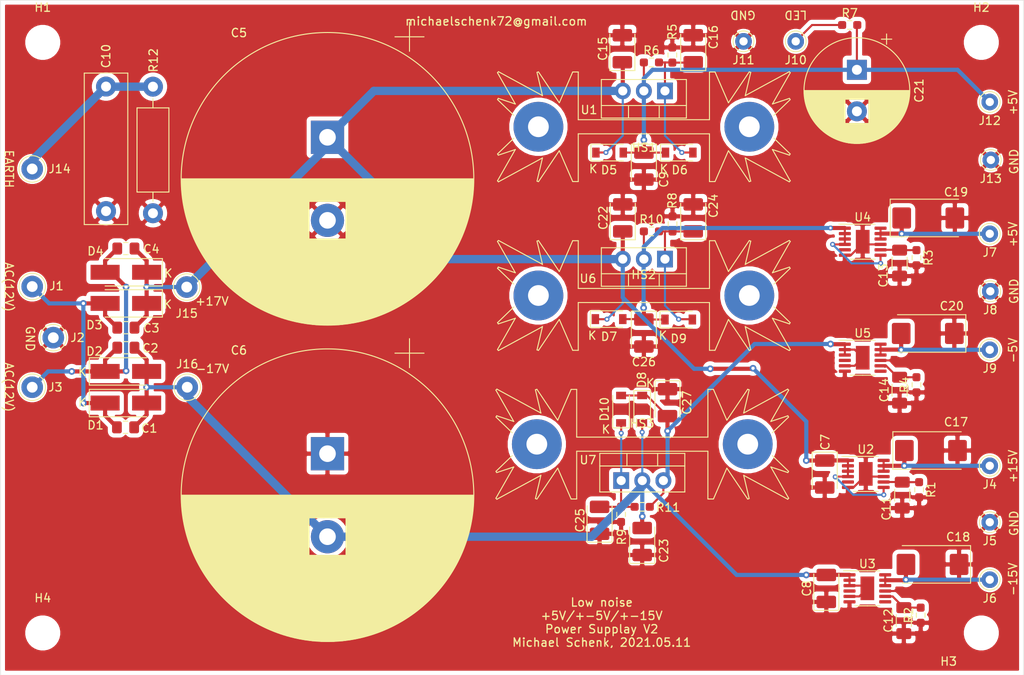
<source format=kicad_pcb>
(kicad_pcb (version 20171130) (host pcbnew "(5.1.10-0-10_14)")
  (layers (0 F.Cu signal) (31 B.Cu signal) (34 B.Paste user) (35 F.Paste user) (36 B.SilkS user) (37 F.SilkS user) (38 B.Mask user) (39 F.Mask user) (44 Edge.Cuts user))
  (net 0 "")
  (net 1 +17V)
  (net 2 "Net-(C1-Pad1)")
  (net 3 "Net-(C2-Pad2)")
  (net 4 GND)
  (net 5 -17V)
  (net 6 "Net-(C11-Pad1)")
  (net 7 "Net-(C12-Pad2)")
  (net 8 "Net-(C13-Pad1)")
  (net 9 "Net-(C14-Pad2)")
  (net 10 "Net-(C16-Pad1)")
  (net 11 "Net-(C17-Pad1)")
  (net 12 "Net-(C18-Pad2)")
  (net 13 "Net-(C19-Pad1)")
  (net 14 "Net-(C20-Pad2)")
  (net 15 "Net-(C21-Pad1)")
  (net 16 "Net-(C24-Pad1)")
  (net 17 "Net-(C25-Pad2)")
  (net 18 "Net-(C26-Pad1)")
  (net 19 "Net-(C27-Pad2)")
  (net 20 "Net-(J10-Pad1)")
  (net 21 "Net-(C10-Pad2)")
  (module Resistor_SMD:R_0603_1608Metric_Pad0.98x0.95mm_HandSolder (layer F.Cu) (at 204.2795 95.845 90)
    (fp_text reference R4 (at 0 -1.43 90) (layer F.SilkS))
    (fp_text value 49.9k)
    (pad 2 smd roundrect (at 0.9125 0 90) (size 0.975 0.95) (layers F.Cu F.Paste F.Mask) (net 9 "Net-(C14-Pad2)"))
    (pad 1 smd roundrect (at -0.9125 0 90) (size 0.975 0.95) (layers F.Cu F.Paste F.Mask) (net 4 GND))
  )
  (module Resistor_SMD:R_0603_1608Metric_Pad0.98x0.95mm_HandSolder (layer F.Cu) (at 204.2795 80.5415 270)
    (fp_text reference R3 (at 0 -1.43 90) (layer F.SilkS))
    (fp_text value 49.9k)
    (pad 2 smd roundrect (at 0.9125 0 270) (size 0.975 0.95) (layers F.Cu F.Paste F.Mask) (net 4 GND))
    (pad 1 smd roundrect (at -0.9125 0 270) (size 0.975 0.95) (layers F.Cu F.Paste F.Mask) (net 8 "Net-(C13-Pad1)"))
  )
  (module Resistor_SMD:R_0603_1608Metric_Pad0.98x0.95mm_HandSolder (layer F.Cu) (at 204.7875 123.5945 90)
    (fp_text reference R2 (at 0 -1.43 90) (layer F.SilkS))
    (fp_text value 150k)
    (pad 2 smd roundrect (at 0.9125 0 90) (size 0.975 0.95) (layers F.Cu F.Paste F.Mask) (net 7 "Net-(C12-Pad2)"))
    (pad 1 smd roundrect (at -0.9125 0 90) (size 0.975 0.95) (layers F.Cu F.Paste F.Mask) (net 4 GND))
  )
  (module Resistor_SMD:R_0603_1608Metric_Pad0.98x0.95mm_HandSolder (layer F.Cu) (at 204.597 108.4815 270)
    (fp_text reference R1 (at 0 -1.43 90) (layer F.SilkS))
    (fp_text value 150k)
    (pad 2 smd roundrect (at 0.9125 0 270) (size 0.975 0.95) (layers F.Cu F.Paste F.Mask) (net 4 GND))
    (pad 1 smd roundrect (at -0.9125 0 270) (size 0.975 0.95) (layers F.Cu F.Paste F.Mask) (net 6 "Net-(C11-Pad1)"))
  )
  (module Connector_Pin:Pin_D1.0mm_L10.0mm (layer F.Cu) (at 213.233 68.7705)
    (fp_text reference J13 (at 0 2.25) (layer F.SilkS))
    (fp_text value GND)
    (pad 1 thru_hole circle (at 0 0) (size 2 2) (drill 1) (layers *.Cu *.Mask) (net 4 GND))
  )
  (module Connector_Pin:Pin_D1.0mm_L10.0mm (layer F.Cu) (at 213.106 61.7855)
    (fp_text reference J12 (at 0 2.25) (layer F.SilkS))
    (fp_text value +5V)
    (pad 1 thru_hole circle (at 0 0) (size 2 2) (drill 1) (layers *.Cu *.Mask) (net 15 "Net-(C21-Pad1)"))
  )
  (module Connector_Pin:Pin_D1.0mm_L10.0mm (layer F.Cu) (at 183.4515 54.483)
    (fp_text reference J11 (at 0 2.25) (layer F.SilkS))
    (fp_text value GND)
    (pad 1 thru_hole circle (at 0 0) (size 2 2) (drill 1) (layers *.Cu *.Mask) (net 4 GND))
  )
  (module Connector_Pin:Pin_D1.0mm_L10.0mm (layer F.Cu) (at 189.738 54.483)
    (fp_text reference J10 (at 0 2.25) (layer F.SilkS))
    (fp_text value LED)
    (pad 1 thru_hole circle (at 0 0) (size 2 2) (drill 1) (layers *.Cu *.Mask) (net 20 "Net-(J10-Pad1)"))
  )
  (module Connector_Pin:Pin_D1.0mm_L10.0mm (layer F.Cu) (at 213.106 91.6305)
    (fp_text reference J9 (at 0 2.25) (layer F.SilkS))
    (fp_text value -5V)
    (pad 1 thru_hole circle (at 0 0) (size 2 2) (drill 1) (layers *.Cu *.Mask) (net 14 "Net-(C20-Pad2)"))
  )
  (module Connector_Pin:Pin_D1.0mm_L10.0mm (layer F.Cu) (at 213.1695 84.582)
    (fp_text reference J8 (at 0 2.25) (layer F.SilkS))
    (fp_text value GND)
    (pad 1 thru_hole circle (at 0 0) (size 2 2) (drill 1) (layers *.Cu *.Mask) (net 4 GND))
  )
  (module Connector_Pin:Pin_D1.0mm_L10.0mm (layer F.Cu) (at 213.106 77.6605)
    (fp_text reference J7 (at 0 2.25) (layer F.SilkS))
    (fp_text value +5V)
    (pad 1 thru_hole circle (at 0 0) (size 2 2) (drill 1) (layers *.Cu *.Mask) (net 13 "Net-(C19-Pad1)"))
  )
  (module Connector_Pin:Pin_D1.0mm_L10.0mm (layer F.Cu) (at 213.106 119.3165)
    (fp_text reference J6 (at 0 2.25) (layer F.SilkS))
    (fp_text value -15V)
    (pad 1 thru_hole circle (at 0 0) (size 2 2) (drill 1) (layers *.Cu *.Mask) (net 12 "Net-(C18-Pad2)"))
  )
  (module Connector_Pin:Pin_D1.0mm_L10.0mm (layer F.Cu) (at 213.106 112.395)
    (fp_text reference J5 (at 0 2.25) (layer F.SilkS))
    (fp_text value GND)
    (pad 1 thru_hole circle (at 0 0) (size 2 2) (drill 1) (layers *.Cu *.Mask) (net 4 GND))
  )
  (module Connector_Pin:Pin_D1.0mm_L10.0mm (layer F.Cu) (at 213.106 105.6005)
    (fp_text reference J4 (at 0 2.25) (layer F.SilkS))
    (fp_text value +15V)
    (pad 1 thru_hole circle (at 0 0) (size 2 2) (drill 1) (layers *.Cu *.Mask) (net 11 "Net-(C17-Pad1)"))
  )
  (module Connector_Pin:Pin_D1.3mm_L11.0mm (layer F.Cu) (at 116.459 96.139)
    (fp_text reference J16 (at 0 -2.794) (layer F.SilkS))
    (fp_text value -17V)
    (pad 1 thru_hole circle (at 0 0) (size 2.6 2.6) (drill 1.3) (layers *.Cu *.Mask) (net 5 -17V))
  )
  (module Connector_Pin:Pin_D1.3mm_L11.0mm (layer F.Cu) (at 116.3955 84.074)
    (fp_text reference J15 (at 0 3.175) (layer F.SilkS))
    (fp_text value +17V)
    (pad 1 thru_hole circle (at 0 0) (size 2.6 2.6) (drill 1.3) (layers *.Cu *.Mask) (net 1 +17V))
  )
  (module Resistor_SMD:R_0603_1608Metric_Pad0.98x0.95mm_HandSolder (layer F.Cu) (at 171.2487 110.5408)
    (fp_text reference R11 (at 3.1223 0.0762) (layer F.SilkS))
    (fp_text value 240R)
    (pad 2 smd roundrect (at 0.9125 0) (size 0.975 0.95) (layers F.Cu F.Paste F.Mask) (net 19 "Net-(C27-Pad2)"))
    (pad 1 smd roundrect (at -0.9125 0) (size 0.975 0.95) (layers F.Cu F.Paste F.Mask) (net 17 "Net-(C25-Pad2)"))
  )
  (module Resistor_SMD:R_0603_1608Metric_Pad0.98x0.95mm_HandSolder (layer F.Cu) (at 172.3625 77.3684)
    (fp_text reference R10 (at 0 -1.43) (layer F.SilkS))
    (fp_text value 240R)
    (pad 2 smd roundrect (at 0.9125 0) (size 0.975 0.95) (layers F.Cu F.Paste F.Mask) (net 16 "Net-(C24-Pad1)"))
    (pad 1 smd roundrect (at -0.9125 0) (size 0.975 0.95) (layers F.Cu F.Paste F.Mask) (net 18 "Net-(C26-Pad1)"))
  )
  (module Resistor_SMD:R_0603_1608Metric_Pad0.98x0.95mm_HandSolder (layer F.Cu) (at 168.7068 111.4533 90)
    (fp_text reference R9 (at -2.7197 0.0762 90) (layer F.SilkS))
    (fp_text value 910R)
    (pad 2 smd roundrect (at 0.9125 0 90) (size 0.975 0.95) (layers F.Cu F.Paste F.Mask) (net 17 "Net-(C25-Pad2)"))
    (pad 1 smd roundrect (at -0.9125 0 90) (size 0.975 0.95) (layers F.Cu F.Paste F.Mask) (net 4 GND))
  )
  (module Resistor_SMD:R_0603_1608Metric_Pad0.98x0.95mm_HandSolder (layer F.Cu) (at 174.9044 76.47 90)
    (fp_text reference R8 (at 2.81 -0.0254 90) (layer F.SilkS))
    (fp_text value 910R)
    (pad 2 smd roundrect (at 0.9125 0 90) (size 0.975 0.95) (layers F.Cu F.Paste F.Mask) (net 4 GND))
    (pad 1 smd roundrect (at -0.9125 0 90) (size 0.975 0.95) (layers F.Cu F.Paste F.Mask) (net 16 "Net-(C24-Pad1)"))
  )
  (module Diode_SMD:D_SOD-123 (layer F.Cu) (at 168.7068 98.7816 90)
    (fp_text reference D10 (at 0 -2 90) (layer F.SilkS))
    (fp_text value 1N4148W)
    (pad 2 smd rect (at 1.65 0 90) (size 0.9 1.2) (layers F.Cu F.Paste F.Mask) (net 19 "Net-(C27-Pad2)"))
    (pad 1 smd rect (at -1.65 0 90) (size 0.9 1.2) (layers F.Cu F.Paste F.Mask) (net 17 "Net-(C25-Pad2)"))
  )
  (module Diode_SMD:D_SOD-123 (layer F.Cu) (at 175.64 87.9856)
    (fp_text reference D9 (at 0 2.3114) (layer F.SilkS))
    (fp_text value 1N4148W)
    (pad 2 smd rect (at 1.65 0) (size 0.9 1.2) (layers F.Cu F.Paste F.Mask) (net 16 "Net-(C24-Pad1)"))
    (pad 1 smd rect (at -1.65 0) (size 0.9 1.2) (layers F.Cu F.Paste F.Mask) (net 18 "Net-(C26-Pad1)"))
  )
  (module Diode_SMD:D_SOD-123 (layer F.Cu) (at 171.2468 98.7816 270)
    (fp_text reference D8 (at -3.5316 0.0508 90) (layer F.SilkS))
    (fp_text value 1N4148W)
    (pad 2 smd rect (at 1.65 0 270) (size 0.9 1.2) (layers F.Cu F.Paste F.Mask) (net 5 -17V))
    (pad 1 smd rect (at -1.65 0 270) (size 0.9 1.2) (layers F.Cu F.Paste F.Mask) (net 19 "Net-(C27-Pad2)"))
  )
  (module Diode_SMD:D_SOD-123 (layer F.Cu) (at 167.26 87.9348)
    (fp_text reference D7 (at -0.001 2.1082) (layer F.SilkS))
    (fp_text value 1N4148W)
    (pad 2 smd rect (at 1.65 0) (size 0.9 1.2) (layers F.Cu F.Paste F.Mask) (net 18 "Net-(C26-Pad1)"))
    (pad 1 smd rect (at -1.65 0) (size 0.9 1.2) (layers F.Cu F.Paste F.Mask) (net 1 +17V))
  )
  (module Diode_SMD:D_SOD-123 (layer F.Cu) (at 175.7035 67.8815)
    (fp_text reference D6 (at 0.0645 2.0955) (layer F.SilkS))
    (fp_text value 1N4148W)
    (pad 2 smd rect (at 1.65 0) (size 0.9 1.2) (layers F.Cu F.Paste F.Mask) (net 10 "Net-(C16-Pad1)"))
    (pad 1 smd rect (at -1.65 0) (size 0.9 1.2) (layers F.Cu F.Paste F.Mask) (net 15 "Net-(C21-Pad1)"))
  )
  (module Diode_SMD:D_SOD-123 (layer F.Cu) (at 167.3235 67.8815)
    (fp_text reference D5 (at -0.0645 2.0955) (layer F.SilkS))
    (fp_text value 1N4148W)
    (pad 2 smd rect (at 1.65 0) (size 0.9 1.2) (layers F.Cu F.Paste F.Mask) (net 15 "Net-(C21-Pad1)"))
    (pad 1 smd rect (at -1.65 0) (size 0.9 1.2) (layers F.Cu F.Paste F.Mask) (net 1 +17V))
  )
  (module Capacitor_SMD:C_1206_3216Metric_Pad1.33x1.80mm_HandSolder (layer F.Cu) (at 202.2475 96.495 90)
    (fp_text reference C14 (at 0 -1.85 90) (layer F.SilkS))
    (fp_text value 4.7uF/25V)
    (pad 2 smd roundrect (at 1.5625 0 90) (size 1.325 1.8) (layers F.Cu F.Paste F.Mask) (roundrect_rratio 0.1886784905660377) (net 9 "Net-(C14-Pad2)"))
    (pad 1 smd roundrect (at -1.5625 0 90) (size 1.325 1.8) (layers F.Cu F.Paste F.Mask) (roundrect_rratio 0.1886784905660377) (net 4 GND))
  )
  (module Capacitor_SMD:C_1206_3216Metric_Pad1.33x1.80mm_HandSolder (layer F.Cu) (at 202.2475 81.1915 270)
    (fp_text reference C13 (at 1.4855 1.9685 90) (layer F.SilkS))
    (fp_text value 4.7uF/25V)
    (pad 2 smd roundrect (at 1.5625 0 270) (size 1.325 1.8) (layers F.Cu F.Paste F.Mask) (roundrect_rratio 0.1886784905660377) (net 4 GND))
    (pad 1 smd roundrect (at -1.5625 0 270) (size 1.325 1.8) (layers F.Cu F.Paste F.Mask) (roundrect_rratio 0.1886784905660377) (net 8 "Net-(C13-Pad1)"))
  )
  (module Capacitor_SMD:C_1206_3216Metric_Pad1.33x1.80mm_HandSolder (layer F.Cu) (at 202.7555 124.2445 90)
    (fp_text reference C12 (at 0 -1.85 90) (layer F.SilkS))
    (fp_text value 4.7uF/25V)
    (pad 2 smd roundrect (at 1.5625 0 90) (size 1.325 1.8) (layers F.Cu F.Paste F.Mask) (roundrect_rratio 0.1886784905660377) (net 7 "Net-(C12-Pad2)"))
    (pad 1 smd roundrect (at -1.5625 0 90) (size 1.325 1.8) (layers F.Cu F.Paste F.Mask) (roundrect_rratio 0.1886784905660377) (net 4 GND))
  )
  (module Capacitor_SMD:C_1206_3216Metric_Pad1.33x1.80mm_HandSolder (layer F.Cu) (at 202.565 109.1315 270)
    (fp_text reference C11 (at 1.6125 1.905 90) (layer F.SilkS))
    (fp_text value 4.7uF/25V)
    (pad 2 smd roundrect (at 1.5625 0 270) (size 1.325 1.8) (layers F.Cu F.Paste F.Mask) (roundrect_rratio 0.1886784905660377) (net 4 GND))
    (pad 1 smd roundrect (at -1.5625 0 270) (size 1.325 1.8) (layers F.Cu F.Paste F.Mask) (roundrect_rratio 0.1886784905660377) (net 6 "Net-(C11-Pad1)"))
  )
  (module Resistor_THT:R_Axial_DIN0411_L9.9mm_D3.6mm_P15.24mm_Horizontal (layer F.Cu) (at 112.3315 75.184 90)
    (fp_text reference R12 (at 18.415 0.0635 90) (layer F.SilkS))
    (fp_text value 100R/2W)
    (pad 2 thru_hole oval (at 15.24 0 90) (size 2.4 2.4) (drill 1.2) (layers *.Cu *.Mask) (net 21 "Net-(C10-Pad2)"))
    (pad 1 thru_hole circle (at 0 0 90) (size 2.4 2.4) (drill 1.2) (layers *.Cu *.Mask) (net 4 GND))
  )
  (module Connector_Pin:Pin_D1.3mm_L11.0mm (layer F.Cu) (at 97.79 69.85)
    (fp_text reference J14 (at 3.302 0) (layer F.SilkS))
    (fp_text value EARTH)
    (pad 1 thru_hole circle (at 0 0) (size 2.6 2.6) (drill 1.3) (layers *.Cu *.Mask) (net 21 "Net-(C10-Pad2)"))
  )
  (module Capacitor_THT:C_Rect_L18.0mm_W5.0mm_P15.00mm_FKS3_FKP3 (layer F.Cu) (at 106.68 74.93 90)
    (fp_text reference C10 (at 18.669 0 90) (layer F.SilkS))
    (fp_text value 2.2nF/2kV)
    (pad 2 thru_hole circle (at 15 0 90) (size 2.4 2.4) (drill 1.2) (layers *.Cu *.Mask) (net 21 "Net-(C10-Pad2)"))
    (pad 1 thru_hole circle (at 0 0 90) (size 2.4 2.4) (drill 1.2) (layers *.Cu *.Mask) (net 4 GND))
  )
  (module Resistor_SMD:R_0603_1608Metric_Pad0.98x0.95mm_HandSolder (layer F.Cu) (at 196.2385 52.5145)
    (fp_text reference R7 (at 0 -1.43) (layer F.SilkS))
    (fp_text value 240R)
    (pad 2 smd roundrect (at 0.9125 0) (size 0.975 0.95) (layers F.Cu F.Paste F.Mask) (net 15 "Net-(C21-Pad1)"))
    (pad 1 smd roundrect (at -0.9125 0) (size 0.975 0.95) (layers F.Cu F.Paste F.Mask) (net 20 "Net-(J10-Pad1)"))
  )
  (module Resistor_SMD:R_0603_1608Metric_Pad0.98x0.95mm_HandSolder (layer F.Cu) (at 172.3625 57.023)
    (fp_text reference R6 (at 0 -1.43) (layer F.SilkS))
    (fp_text value 249R)
    (pad 2 smd roundrect (at 0.9125 0) (size 0.975 0.95) (layers F.Cu F.Paste F.Mask) (net 10 "Net-(C16-Pad1)"))
    (pad 1 smd roundrect (at -0.9125 0) (size 0.975 0.95) (layers F.Cu F.Paste F.Mask) (net 15 "Net-(C21-Pad1)"))
  )
  (module Resistor_SMD:R_0603_1608Metric_Pad0.98x0.95mm_HandSolder (layer F.Cu) (at 174.879 56.134 90)
    (fp_text reference R5 (at 2.794 0 90) (layer F.SilkS))
    (fp_text value 750R)
    (pad 2 smd roundrect (at 0.9125 0 90) (size 0.975 0.95) (layers F.Cu F.Paste F.Mask) (net 4 GND))
    (pad 1 smd roundrect (at -0.9125 0 90) (size 0.975 0.95) (layers F.Cu F.Paste F.Mask) (net 10 "Net-(C16-Pad1)"))
  )
  (module Capacitor_Tantalum_SMD:CP_EIA-3528-21_Kemet-B_Pad1.50x2.35mm_HandSolder (layer F.Cu) (at 171.45 69.5065 270)
    (fp_text reference C9 (at 1.6135 -2.413 90) (layer F.SilkS))
    (fp_text value 10uF/25V)
    (pad 2 smd roundrect (at 1.625 0 270) (size 1.5 2.35) (layers F.Cu F.Paste F.Mask) (roundrect_rratio 0.1666666666666667) (net 4 GND))
    (pad 1 smd roundrect (at -1.625 0 270) (size 1.5 2.35) (layers F.Cu F.Paste F.Mask) (roundrect_rratio 0.1666666666666667) (net 15 "Net-(C21-Pad1)"))
  )
  (module Capacitor_THT:CP_Radial_D35.0mm_P10.00mm_SnapIn (layer F.Cu) (at 133.35 104.14 270)
    (fp_text reference C6 (at -12.446 10.668 180) (layer F.SilkS))
    (fp_text value 22000uF/25VDC)
    (pad 2 thru_hole circle (at 10 0 270) (size 4 4) (drill 2) (layers *.Cu *.Mask) (net 5 -17V))
    (pad 1 thru_hole rect (at 0 0 270) (size 4 4) (drill 2) (layers *.Cu *.Mask) (net 4 GND))
  )
  (module Capacitor_THT:CP_Radial_D35.0mm_P10.00mm_SnapIn (layer F.Cu) (at 133.35 66.04 270)
    (fp_text reference C5 (at -12.573 10.668 180) (layer F.SilkS))
    (fp_text value 22000uF/25VDC)
    (pad 2 thru_hole circle (at 10 0 270) (size 4 4) (drill 2) (layers *.Cu *.Mask) (net 4 GND))
    (pad 1 thru_hole rect (at 0 0 270) (size 4 4) (drill 2) (layers *.Cu *.Mask) (net 1 +17V))
  )
  (module Package_TO_SOT_THT:TO-220-3_Vertical (layer F.Cu) (at 168.7195 107.3785)
    (fp_text reference U7 (at -4.0005 -2.4765) (layer F.SilkS))
    (fp_text value LM337_TO220)
    (pad 3 thru_hole oval (at 5.08 0) (size 1.905 2) (drill 1.1) (layers *.Cu *.Mask) (net 19 "Net-(C27-Pad2)"))
    (pad 2 thru_hole oval (at 2.54 0) (size 1.905 2) (drill 1.1) (layers *.Cu *.Mask) (net 5 -17V))
    (pad 1 thru_hole rect (at 0 0) (size 1.905 2) (drill 1.1) (layers *.Cu *.Mask) (net 17 "Net-(C25-Pad2)"))
  )
  (module Package_TO_SOT_THT:TO-220-3_Vertical (layer F.Cu) (at 173.99 80.7085 180)
    (fp_text reference U6 (at 9.271 -2.3495) (layer F.SilkS))
    (fp_text value LM317_TO-220)
    (pad 3 thru_hole oval (at 5.08 0 180) (size 1.905 2) (drill 1.1) (layers *.Cu *.Mask) (net 1 +17V))
    (pad 2 thru_hole oval (at 2.54 0 180) (size 1.905 2) (drill 1.1) (layers *.Cu *.Mask) (net 18 "Net-(C26-Pad1)"))
    (pad 1 thru_hole rect (at 0 0 180) (size 1.905 2) (drill 1.1) (layers *.Cu *.Mask) (net 16 "Net-(C24-Pad1)"))
  )
  (module Package_SO:MSOP-12-1EP_3x4mm_P0.65mm_EP1.65x2.85mm (layer F.Cu) (at 197.8025 92.583)
    (fp_text reference U5 (at 0 -2.95) (layer F.SilkS))
    (fp_text value LT3094xMSE)
    (pad 13 smd rect (at 0 0) (size 1.65 2.85) (layers F.Cu F.Mask) (net 19 "Net-(C27-Pad2)"))
    (pad 12 smd roundrect (at 2.15 -1.625) (size 1.45 0.4) (layers F.Cu F.Paste F.Mask) (net 14 "Net-(C20-Pad2)"))
    (pad 11 smd roundrect (at 2.15 -0.975) (size 1.45 0.4) (layers F.Cu F.Paste F.Mask) (net 14 "Net-(C20-Pad2)"))
    (pad 10 smd roundrect (at 2.15 -0.325) (size 1.45 0.4) (layers F.Cu F.Paste F.Mask) (net 14 "Net-(C20-Pad2)"))
    (pad 9 smd roundrect (at 2.15 0.325) (size 1.45 0.4) (layers F.Cu F.Paste F.Mask) (net 4 GND))
    (pad 8 smd roundrect (at 2.15 0.975) (size 1.45 0.4) (layers F.Cu F.Paste F.Mask) (net 9 "Net-(C14-Pad2)"))
    (pad 7 smd roundrect (at 2.15 1.625) (size 1.45 0.4) (layers F.Cu F.Paste F.Mask))
    (pad 6 smd roundrect (at -2.15 1.625) (size 1.45 0.4) (layers F.Cu F.Paste F.Mask) (net 4 GND))
    (pad 5 smd roundrect (at -2.15 0.975) (size 1.45 0.4) (layers F.Cu F.Paste F.Mask) (net 19 "Net-(C27-Pad2)"))
    (pad 4 smd roundrect (at -2.15 0.325) (size 1.45 0.4) (layers F.Cu F.Paste F.Mask))
    (pad 3 smd roundrect (at -2.15 -0.325) (size 1.45 0.4) (layers F.Cu F.Paste F.Mask) (net 19 "Net-(C27-Pad2)"))
    (pad 2 smd roundrect (at -2.15 -0.975) (size 1.45 0.4) (layers F.Cu F.Paste F.Mask) (net 19 "Net-(C27-Pad2)"))
    (pad 1 smd roundrect (at -2.15 -1.625) (size 1.45 0.4) (layers F.Cu F.Paste F.Mask) (net 19 "Net-(C27-Pad2)"))
  )
  (module Package_SO:MSOP-12-1EP_3x4mm_P0.65mm_EP1.65x2.85mm (layer F.Cu) (at 197.8025 78.613)
    (fp_text reference U4 (at 0 -2.95) (layer F.SilkS))
    (fp_text value LT3045xMSE)
    (pad 13 smd rect (at 0 0) (size 1.65 2.85) (layers F.Cu F.Mask) (net 4 GND))
    (pad 12 smd roundrect (at 2.15 -1.625) (size 1.45 0.4) (layers F.Cu F.Paste F.Mask) (net 13 "Net-(C19-Pad1)"))
    (pad 11 smd roundrect (at 2.15 -0.975) (size 1.45 0.4) (layers F.Cu F.Paste F.Mask) (net 13 "Net-(C19-Pad1)"))
    (pad 10 smd roundrect (at 2.15 -0.325) (size 1.45 0.4) (layers F.Cu F.Paste F.Mask) (net 13 "Net-(C19-Pad1)"))
    (pad 9 smd roundrect (at 2.15 0.325) (size 1.45 0.4) (layers F.Cu F.Paste F.Mask) (net 4 GND))
    (pad 8 smd roundrect (at 2.15 0.975) (size 1.45 0.4) (layers F.Cu F.Paste F.Mask) (net 8 "Net-(C13-Pad1)"))
    (pad 7 smd roundrect (at 2.15 1.625) (size 1.45 0.4) (layers F.Cu F.Paste F.Mask) (net 18 "Net-(C26-Pad1)"))
    (pad 6 smd roundrect (at -2.15 1.625) (size 1.45 0.4) (layers F.Cu F.Paste F.Mask) (net 4 GND))
    (pad 5 smd roundrect (at -2.15 0.975) (size 1.45 0.4) (layers F.Cu F.Paste F.Mask))
    (pad 4 smd roundrect (at -2.15 0.325) (size 1.45 0.4) (layers F.Cu F.Paste F.Mask) (net 18 "Net-(C26-Pad1)"))
    (pad 3 smd roundrect (at -2.15 -0.325) (size 1.45 0.4) (layers F.Cu F.Paste F.Mask) (net 18 "Net-(C26-Pad1)"))
    (pad 2 smd roundrect (at -2.15 -0.975) (size 1.45 0.4) (layers F.Cu F.Paste F.Mask) (net 18 "Net-(C26-Pad1)"))
    (pad 1 smd roundrect (at -2.15 -1.625) (size 1.45 0.4) (layers F.Cu F.Paste F.Mask) (net 18 "Net-(C26-Pad1)"))
  )
  (module Package_SO:MSOP-12-1EP_3x4mm_P0.65mm_EP1.65x2.85mm (layer F.Cu) (at 198.365 120.355)
    (fp_text reference U3 (at 0 -2.95) (layer F.SilkS))
    (fp_text value LT3094xMSE)
    (pad 13 smd rect (at 0 0) (size 1.65 2.85) (layers F.Cu F.Mask) (net 5 -17V))
    (pad 12 smd roundrect (at 2.15 -1.625) (size 1.45 0.4) (layers F.Cu F.Paste F.Mask) (net 12 "Net-(C18-Pad2)"))
    (pad 11 smd roundrect (at 2.15 -0.975) (size 1.45 0.4) (layers F.Cu F.Paste F.Mask) (net 12 "Net-(C18-Pad2)"))
    (pad 10 smd roundrect (at 2.15 -0.325) (size 1.45 0.4) (layers F.Cu F.Paste F.Mask) (net 12 "Net-(C18-Pad2)"))
    (pad 9 smd roundrect (at 2.15 0.325) (size 1.45 0.4) (layers F.Cu F.Paste F.Mask) (net 4 GND))
    (pad 8 smd roundrect (at 2.15 0.975) (size 1.45 0.4) (layers F.Cu F.Paste F.Mask) (net 7 "Net-(C12-Pad2)"))
    (pad 7 smd roundrect (at 2.15 1.625) (size 1.45 0.4) (layers F.Cu F.Paste F.Mask))
    (pad 6 smd roundrect (at -2.15 1.625) (size 1.45 0.4) (layers F.Cu F.Paste F.Mask) (net 4 GND))
    (pad 5 smd roundrect (at -2.15 0.975) (size 1.45 0.4) (layers F.Cu F.Paste F.Mask) (net 5 -17V))
    (pad 4 smd roundrect (at -2.15 0.325) (size 1.45 0.4) (layers F.Cu F.Paste F.Mask))
    (pad 3 smd roundrect (at -2.15 -0.325) (size 1.45 0.4) (layers F.Cu F.Paste F.Mask) (net 5 -17V))
    (pad 2 smd roundrect (at -2.15 -0.975) (size 1.45 0.4) (layers F.Cu F.Paste F.Mask) (net 5 -17V))
    (pad 1 smd roundrect (at -2.15 -1.625) (size 1.45 0.4) (layers F.Cu F.Paste F.Mask) (net 5 -17V))
  )
  (module Package_SO:MSOP-12-1EP_3x4mm_P0.65mm_EP1.65x2.85mm (layer F.Cu) (at 198.1745 106.5755)
    (fp_text reference U2 (at 0 -2.95) (layer F.SilkS))
    (fp_text value LT3045xMSE)
    (pad 13 smd rect (at 0 0) (size 1.65 2.85) (layers F.Cu F.Mask) (net 4 GND))
    (pad 12 smd roundrect (at 2.15 -1.625) (size 1.45 0.4) (layers F.Cu F.Paste F.Mask) (net 11 "Net-(C17-Pad1)"))
    (pad 11 smd roundrect (at 2.15 -0.975) (size 1.45 0.4) (layers F.Cu F.Paste F.Mask) (net 11 "Net-(C17-Pad1)"))
    (pad 10 smd roundrect (at 2.15 -0.325) (size 1.45 0.4) (layers F.Cu F.Paste F.Mask) (net 11 "Net-(C17-Pad1)"))
    (pad 9 smd roundrect (at 2.15 0.325) (size 1.45 0.4) (layers F.Cu F.Paste F.Mask) (net 4 GND))
    (pad 8 smd roundrect (at 2.15 0.975) (size 1.45 0.4) (layers F.Cu F.Paste F.Mask) (net 6 "Net-(C11-Pad1)"))
    (pad 7 smd roundrect (at 2.15 1.625) (size 1.45 0.4) (layers F.Cu F.Paste F.Mask) (net 1 +17V))
    (pad 6 smd roundrect (at -2.15 1.625) (size 1.45 0.4) (layers F.Cu F.Paste F.Mask) (net 4 GND))
    (pad 5 smd roundrect (at -2.15 0.975) (size 1.45 0.4) (layers F.Cu F.Paste F.Mask))
    (pad 4 smd roundrect (at -2.15 0.325) (size 1.45 0.4) (layers F.Cu F.Paste F.Mask) (net 1 +17V))
    (pad 3 smd roundrect (at -2.15 -0.325) (size 1.45 0.4) (layers F.Cu F.Paste F.Mask) (net 1 +17V))
    (pad 2 smd roundrect (at -2.15 -0.975) (size 1.45 0.4) (layers F.Cu F.Paste F.Mask) (net 1 +17V))
    (pad 1 smd roundrect (at -2.15 -1.625) (size 1.45 0.4) (layers F.Cu F.Paste F.Mask) (net 1 +17V))
  )
  (module Package_TO_SOT_THT:TO-220-3_Vertical (layer F.Cu) (at 173.99 60.452 180)
    (fp_text reference U1 (at 9.144 -2.286) (layer F.SilkS))
    (fp_text value LM317_TO-220)
    (pad 3 thru_hole oval (at 5.08 0 180) (size 1.905 2) (drill 1.1) (layers *.Cu *.Mask) (net 1 +17V))
    (pad 2 thru_hole oval (at 2.54 0 180) (size 1.905 2) (drill 1.1) (layers *.Cu *.Mask) (net 15 "Net-(C21-Pad1)"))
    (pad 1 thru_hole rect (at 0 0 180) (size 1.905 2) (drill 1.1) (layers *.Cu *.Mask) (net 10 "Net-(C16-Pad1)"))
  )
  (module Connector_Pin:Pin_D1.3mm_L11.0mm (layer F.Cu) (at 97.79 96.139)
    (fp_text reference J3 (at 2.794 0) (layer F.SilkS))
    (fp_text value AC)
    (pad 1 thru_hole circle (at 0 0) (size 2.6 2.6) (drill 1.3) (layers *.Cu *.Mask) (net 3 "Net-(C2-Pad2)"))
  )
  (module Connector_Pin:Pin_D1.3mm_L11.0mm (layer F.Cu) (at 100.33 90.17)
    (fp_text reference J2 (at 2.921 0) (layer F.SilkS))
    (fp_text value GND)
    (pad 1 thru_hole circle (at 0 0) (size 2.6 2.6) (drill 1.3) (layers *.Cu *.Mask) (net 4 GND))
  )
  (module Connector_Pin:Pin_D1.3mm_L11.0mm (layer F.Cu) (at 97.79 84.0105)
    (fp_text reference J1 (at 2.921 -0.0635) (layer F.SilkS))
    (fp_text value AC)
    (pad 1 thru_hole circle (at 0 0) (size 2.6 2.6) (drill 1.3) (layers *.Cu *.Mask) (net 2 "Net-(C1-Pad1)"))
  )
  (module Heatsink:Heatsink_Fischer_SK104-STC-STIC_35x13mm_2xDrill2.5mm (layer F.Cu) (at 171.2595 102.997)
    (fp_text reference HS3 (at -0.025 -2.5) (layer F.SilkS))
    (fp_text value Heatsink)
    (pad 1 thru_hole circle (at -12.7 0 180) (size 6 6) (drill 2.5) (layers *.Cu *.Mask))
    (pad 1 thru_hole circle (at 12.7 0) (size 6 6) (drill 2.5) (layers *.Cu *.Mask))
  )
  (module Heatsink:Heatsink_Fischer_SK104-STC-STIC_35x13mm_2xDrill2.5mm (layer F.Cu) (at 171.45 85.09)
    (fp_text reference HS2 (at -0.025 -2.5) (layer F.SilkS))
    (fp_text value Heatsink)
    (pad 1 thru_hole circle (at -12.7 0 180) (size 6 6) (drill 2.5) (layers *.Cu *.Mask))
    (pad 1 thru_hole circle (at 12.7 0) (size 6 6) (drill 2.5) (layers *.Cu *.Mask))
  )
  (module Heatsink:Heatsink_Fischer_SK104-STC-STIC_35x13mm_2xDrill2.5mm (layer F.Cu) (at 171.45 64.77 180)
    (fp_text reference HS1 (at -0.025 -2.5) (layer F.SilkS))
    (fp_text value Heatsink)
    (pad 1 thru_hole circle (at -12.7 0) (size 6 6) (drill 2.5) (layers *.Cu *.Mask))
    (pad 1 thru_hole circle (at 12.7 0 180) (size 6 6) (drill 2.5) (layers *.Cu *.Mask))
  )
  (module MountingHole:MountingHole_3.2mm_M3 (layer F.Cu) (at 99.06 125.73)
    (fp_text reference H4 (at 0 -4.2) (layer F.SilkS))
    (fp_text value MountingHole)
    (pad 1 np_thru_hole circle (at 0 0) (size 3.2 3.2) (drill 3.2) (layers *.Cu *.Mask))
  )
  (module MountingHole:MountingHole_3.2mm_M3 (layer F.Cu) (at 212.09 125.73)
    (fp_text reference H3 (at -3.937 3.429) (layer F.SilkS))
    (fp_text value MountingHole)
    (pad 1 np_thru_hole circle (at 0 0) (size 3.2 3.2) (drill 3.2) (layers *.Cu *.Mask))
  )
  (module MountingHole:MountingHole_3.2mm_M3 (layer F.Cu) (at 212.09 54.61)
    (fp_text reference H2 (at 0 -4.2) (layer F.SilkS))
    (fp_text value MountingHole)
    (pad 1 np_thru_hole circle (at 0 0) (size 3.2 3.2) (drill 3.2) (layers *.Cu *.Mask))
  )
  (module MountingHole:MountingHole_3.2mm_M3 (layer F.Cu) (at 99.06 54.61)
    (fp_text reference H1 (at 0 -4.2) (layer F.SilkS))
    (fp_text value MountingHole)
    (pad 1 np_thru_hole circle (at 0 0) (size 3.2 3.2) (drill 3.2) (layers *.Cu *.Mask))
  )
  (module Diode_SMD:D_SMA_Handsoldering (layer F.Cu) (at 109.0695 82.296 180)
    (fp_text reference D4 (at 3.6595 2.54) (layer F.SilkS))
    (fp_text value BYG20D)
    (pad 2 smd rect (at 2.5 0 180) (size 3.5 1.8) (layers F.Cu F.Paste F.Mask) (net 3 "Net-(C2-Pad2)"))
    (pad 1 smd rect (at -2.5 0 180) (size 3.5 1.8) (layers F.Cu F.Paste F.Mask) (net 1 +17V))
  )
  (module Diode_SMD:D_SMA_Handsoldering (layer F.Cu) (at 109.0695 86.0425 180)
    (fp_text reference D3 (at 3.7865 -2.6035) (layer F.SilkS))
    (fp_text value BYG20D)
    (pad 2 smd rect (at 2.5 0 180) (size 3.5 1.8) (layers F.Cu F.Paste F.Mask) (net 2 "Net-(C1-Pad1)"))
    (pad 1 smd rect (at -2.5 0 180) (size 3.5 1.8) (layers F.Cu F.Paste F.Mask) (net 1 +17V))
  )
  (module Diode_SMD:D_SMA_Handsoldering (layer F.Cu) (at 109.0695 94.234)
    (fp_text reference D2 (at -3.7865 -2.413) (layer F.SilkS))
    (fp_text value BYG20D)
    (pad 2 smd rect (at 2.5 0) (size 3.5 1.8) (layers F.Cu F.Paste F.Mask) (net 5 -17V))
    (pad 1 smd rect (at -2.5 0) (size 3.5 1.8) (layers F.Cu F.Paste F.Mask) (net 3 "Net-(C2-Pad2)"))
  )
  (module Diode_SMD:D_SMA_Handsoldering (layer F.Cu) (at 109.0695 98.044)
    (fp_text reference D1 (at -3.6595 2.667) (layer F.SilkS))
    (fp_text value BYG20D)
    (pad 2 smd rect (at 2.5 0) (size 3.5 1.8) (layers F.Cu F.Paste F.Mask) (net 5 -17V))
    (pad 1 smd rect (at -2.5 0) (size 3.5 1.8) (layers F.Cu F.Paste F.Mask) (net 2 "Net-(C1-Pad1)"))
  )
  (module Capacitor_Tantalum_SMD:CP_EIA-3528-21_Kemet-B_Pad1.50x2.35mm_HandSolder (layer F.Cu) (at 174.2948 97.9938 270)
    (fp_text reference C27 (at 0 -2.35 90) (layer F.SilkS))
    (fp_text value 10uF/25V)
    (pad 2 smd roundrect (at 1.625 0 270) (size 1.5 2.35) (layers F.Cu F.Paste F.Mask) (roundrect_rratio 0.1666666666666667) (net 19 "Net-(C27-Pad2)"))
    (pad 1 smd roundrect (at -1.625 0 270) (size 1.5 2.35) (layers F.Cu F.Paste F.Mask) (roundrect_rratio 0.1666666666666667) (net 4 GND))
  )
  (module Capacitor_Tantalum_SMD:CP_EIA-3528-21_Kemet-B_Pad1.50x2.35mm_HandSolder (layer F.Cu) (at 171.45 89.6106 270)
    (fp_text reference C26 (at 3.4804 0 180) (layer F.SilkS))
    (fp_text value 10uF/25V)
    (pad 2 smd roundrect (at 1.625 0 270) (size 1.5 2.35) (layers F.Cu F.Paste F.Mask) (roundrect_rratio 0.1666666666666667) (net 4 GND))
    (pad 1 smd roundrect (at -1.625 0 270) (size 1.5 2.35) (layers F.Cu F.Paste F.Mask) (roundrect_rratio 0.1666666666666667) (net 18 "Net-(C26-Pad1)"))
  )
  (module Capacitor_Tantalum_SMD:CP_EIA-3528-21_Kemet-B_Pad1.50x2.35mm_HandSolder (layer F.Cu) (at 166.116 112.1658 90)
    (fp_text reference C25 (at 0 -2.35 90) (layer F.SilkS))
    (fp_text value 10uF/25V)
    (pad 2 smd roundrect (at 1.625 0 90) (size 1.5 2.35) (layers F.Cu F.Paste F.Mask) (roundrect_rratio 0.1666666666666667) (net 17 "Net-(C25-Pad2)"))
    (pad 1 smd roundrect (at -1.625 0 90) (size 1.5 2.35) (layers F.Cu F.Paste F.Mask) (roundrect_rratio 0.1666666666666667) (net 4 GND))
  )
  (module Capacitor_Tantalum_SMD:CP_EIA-3528-21_Kemet-B_Pad1.50x2.35mm_HandSolder (layer F.Cu) (at 177.3936 75.7434 90)
    (fp_text reference C24 (at 1.4484 2.4384 90) (layer F.SilkS))
    (fp_text value 10uF/25V)
    (pad 2 smd roundrect (at 1.625 0 90) (size 1.5 2.35) (layers F.Cu F.Paste F.Mask) (roundrect_rratio 0.1666666666666667) (net 4 GND))
    (pad 1 smd roundrect (at -1.625 0 90) (size 1.5 2.35) (layers F.Cu F.Paste F.Mask) (roundrect_rratio 0.1666666666666667) (net 16 "Net-(C24-Pad1)"))
  )
  (module Capacitor_Tantalum_SMD:CP_EIA-3528-21_Kemet-B_Pad1.50x2.35mm_HandSolder (layer F.Cu) (at 171.2468 114.7185 90)
    (fp_text reference C23 (at -1.1055 2.6162 90) (layer F.SilkS))
    (fp_text value 10uF/25V)
    (pad 2 smd roundrect (at 1.625 0 90) (size 1.5 2.35) (layers F.Cu F.Paste F.Mask) (roundrect_rratio 0.1666666666666667) (net 5 -17V))
    (pad 1 smd roundrect (at -1.625 0 90) (size 1.5 2.35) (layers F.Cu F.Paste F.Mask) (roundrect_rratio 0.1666666666666667) (net 4 GND))
  )
  (module Capacitor_Tantalum_SMD:CP_EIA-3528-21_Kemet-B_Pad1.50x2.35mm_HandSolder (layer F.Cu) (at 168.91 75.7434 90)
    (fp_text reference C22 (at 0 -2.35 90) (layer F.SilkS))
    (fp_text value 10uF/25V)
    (pad 2 smd roundrect (at 1.625 0 90) (size 1.5 2.35) (layers F.Cu F.Paste F.Mask) (roundrect_rratio 0.1666666666666667) (net 4 GND))
    (pad 1 smd roundrect (at -1.625 0 90) (size 1.5 2.35) (layers F.Cu F.Paste F.Mask) (roundrect_rratio 0.1666666666666667) (net 1 +17V))
  )
  (module Capacitor_THT:CP_Radial_D12.5mm_P5.00mm (layer F.Cu) (at 197.104 57.912 270)
    (fp_text reference C21 (at 2.5 -7.5 90) (layer F.SilkS))
    (fp_text value 1000uF/35V)
    (pad 2 thru_hole circle (at 5 0 270) (size 2.4 2.4) (drill 1.2) (layers *.Cu *.Mask) (net 4 GND))
    (pad 1 thru_hole rect (at 0 0 270) (size 2.4 2.4) (drill 1.2) (layers *.Cu *.Mask) (net 15 "Net-(C21-Pad1)"))
  )
  (module Capacitor_Tantalum_SMD:CP_EIA-7343-31_Kemet-D_Pad2.25x2.55mm_HandSolder (layer F.Cu) (at 205.638 89.662 180)
    (fp_text reference C20 (at -2.896 3.302) (layer F.SilkS))
    (fp_text value 47uF)
    (pad 2 smd roundrect (at 3.2 0 180) (size 2.25 2.55) (layers F.Cu F.Paste F.Mask) (roundrect_rratio 0.1111106666666667) (net 14 "Net-(C20-Pad2)"))
    (pad 1 smd roundrect (at -3.2 0 180) (size 2.25 2.55) (layers F.Cu F.Paste F.Mask) (roundrect_rratio 0.1111106666666667) (net 4 GND))
  )
  (module Capacitor_Tantalum_SMD:CP_EIA-7343-31_Kemet-D_Pad2.25x2.55mm_HandSolder (layer F.Cu) (at 205.7015 75.7555)
    (fp_text reference C19 (at 3.3405 -3.1115) (layer F.SilkS))
    (fp_text value 47uF)
    (pad 2 smd roundrect (at 3.2 0) (size 2.25 2.55) (layers F.Cu F.Paste F.Mask) (roundrect_rratio 0.1111106666666667) (net 4 GND))
    (pad 1 smd roundrect (at -3.2 0) (size 2.25 2.55) (layers F.Cu F.Paste F.Mask) (roundrect_rratio 0.1111106666666667) (net 13 "Net-(C19-Pad1)"))
  )
  (module Capacitor_Tantalum_SMD:CP_EIA-7343-31_Kemet-D_Pad2.25x2.55mm_HandSolder (layer F.Cu) (at 206.2095 117.475 180)
    (fp_text reference C18 (at -3.0865 3.302) (layer F.SilkS))
    (fp_text value 47uF)
    (pad 2 smd roundrect (at 3.2 0 180) (size 2.25 2.55) (layers F.Cu F.Paste F.Mask) (roundrect_rratio 0.1111106666666667) (net 12 "Net-(C18-Pad2)"))
    (pad 1 smd roundrect (at -3.2 0 180) (size 2.25 2.55) (layers F.Cu F.Paste F.Mask) (roundrect_rratio 0.1111106666666667) (net 4 GND))
  )
  (module Capacitor_Tantalum_SMD:CP_EIA-7343-31_Kemet-D_Pad2.25x2.55mm_HandSolder (layer F.Cu) (at 206.019 103.759)
    (fp_text reference C17 (at 3.023 -3.429) (layer F.SilkS))
    (fp_text value 47uF)
    (pad 2 smd roundrect (at 3.2 0) (size 2.25 2.55) (layers F.Cu F.Paste F.Mask) (roundrect_rratio 0.1111106666666667) (net 4 GND))
    (pad 1 smd roundrect (at -3.2 0) (size 2.25 2.55) (layers F.Cu F.Paste F.Mask) (roundrect_rratio 0.1111106666666667) (net 11 "Net-(C17-Pad1)"))
  )
  (module Capacitor_Tantalum_SMD:CP_EIA-3528-21_Kemet-B_Pad1.50x2.35mm_HandSolder (layer F.Cu) (at 177.3936 55.3726 90)
    (fp_text reference C16 (at 1.3976 2.4384 90) (layer F.SilkS))
    (fp_text value 10uF/25V)
    (pad 2 smd roundrect (at 1.625 0 90) (size 1.5 2.35) (layers F.Cu F.Paste F.Mask) (roundrect_rratio 0.1666666666666667) (net 4 GND))
    (pad 1 smd roundrect (at -1.625 0 90) (size 1.5 2.35) (layers F.Cu F.Paste F.Mask) (roundrect_rratio 0.1666666666666667) (net 10 "Net-(C16-Pad1)"))
  )
  (module Capacitor_Tantalum_SMD:CP_EIA-3528-21_Kemet-B_Pad1.50x2.35mm_HandSolder (layer F.Cu) (at 168.8592 55.3726 90)
    (fp_text reference C15 (at 0 -2.35 90) (layer F.SilkS))
    (fp_text value 10uF/25V)
    (pad 2 smd roundrect (at 1.625 0 90) (size 1.5 2.35) (layers F.Cu F.Paste F.Mask) (roundrect_rratio 0.1666666666666667) (net 4 GND))
    (pad 1 smd roundrect (at -1.625 0 90) (size 1.5 2.35) (layers F.Cu F.Paste F.Mask) (roundrect_rratio 0.1666666666666667) (net 1 +17V))
  )
  (module Capacitor_Tantalum_SMD:CP_EIA-3528-21_Kemet-B_Pad1.50x2.35mm_HandSolder (layer F.Cu) (at 193.421 120.37 90)
    (fp_text reference C8 (at 0 -2.35 90) (layer F.SilkS))
    (fp_text value 10uF/25V)
    (pad 2 smd roundrect (at 1.625 0 90) (size 1.5 2.35) (layers F.Cu F.Paste F.Mask) (roundrect_rratio 0.1666666666666667) (net 5 -17V))
    (pad 1 smd roundrect (at -1.625 0 90) (size 1.5 2.35) (layers F.Cu F.Paste F.Mask) (roundrect_rratio 0.1666666666666667) (net 4 GND))
  )
  (module Capacitor_Tantalum_SMD:CP_EIA-3528-21_Kemet-B_Pad1.50x2.35mm_HandSolder (layer F.Cu) (at 193.2305 106.5905 270)
    (fp_text reference C7 (at -3.8475 -0.0635 90) (layer F.SilkS))
    (fp_text value 10uF/25V)
    (pad 2 smd roundrect (at 1.625 0 270) (size 1.5 2.35) (layers F.Cu F.Paste F.Mask) (roundrect_rratio 0.1666666666666667) (net 4 GND))
    (pad 1 smd roundrect (at -1.625 0 270) (size 1.5 2.35) (layers F.Cu F.Paste F.Mask) (roundrect_rratio 0.1666666666666667) (net 1 +17V))
  )
  (module Capacitor_SMD:C_0805_2012Metric_Pad1.18x1.45mm_HandSolder (layer F.Cu) (at 109.0715 79.4385 180)
    (fp_text reference C4 (at -3.0695 -0.0635) (layer F.SilkS))
    (fp_text value 10nF)
    (pad 2 smd roundrect (at 1.0375 0 180) (size 1.175 1.45) (layers F.Cu F.Paste F.Mask) (roundrect_rratio 0.2127659574468085) (net 3 "Net-(C2-Pad2)"))
    (pad 1 smd roundrect (at -1.0375 0 180) (size 1.175 1.45) (layers F.Cu F.Paste F.Mask) (roundrect_rratio 0.2127659574468085) (net 1 +17V))
  )
  (module Capacitor_SMD:C_0805_2012Metric_Pad1.18x1.45mm_HandSolder (layer F.Cu) (at 109.0715 88.9635)
    (fp_text reference C3 (at 3.0695 0.0635) (layer F.SilkS))
    (fp_text value 10nF)
    (pad 2 smd roundrect (at 1.0375 0) (size 1.175 1.45) (layers F.Cu F.Paste F.Mask) (roundrect_rratio 0.2127659574468085) (net 1 +17V))
    (pad 1 smd roundrect (at -1.0375 0) (size 1.175 1.45) (layers F.Cu F.Paste F.Mask) (roundrect_rratio 0.2127659574468085) (net 2 "Net-(C1-Pad1)"))
  )
  (module Capacitor_SMD:C_0805_2012Metric_Pad1.18x1.45mm_HandSolder (layer F.Cu) (at 109.0715 91.3765 180)
    (fp_text reference C2 (at -2.9425 -0.0635) (layer F.SilkS))
    (fp_text value 10nF)
    (pad 2 smd roundrect (at 1.0375 0 180) (size 1.175 1.45) (layers F.Cu F.Paste F.Mask) (roundrect_rratio 0.2127659574468085) (net 3 "Net-(C2-Pad2)"))
    (pad 1 smd roundrect (at -1.0375 0 180) (size 1.175 1.45) (layers F.Cu F.Paste F.Mask) (roundrect_rratio 0.2127659574468085) (net 5 -17V))
  )
  (module Capacitor_SMD:C_0805_2012Metric_Pad1.18x1.45mm_HandSolder (layer F.Cu) (at 109.0295 100.965)
    (fp_text reference C1 (at 2.8575 0.127) (layer F.SilkS))
    (fp_text value 10nF)
    (pad 2 smd roundrect (at 1.0375 0) (size 1.175 1.45) (layers F.Cu F.Paste F.Mask) (roundrect_rratio 0.2127659574468085) (net 5 -17V))
    (pad 1 smd roundrect (at -1.0375 0) (size 1.175 1.45) (layers F.Cu F.Paste F.Mask) (roundrect_rratio 0.2127659574468085) (net 2 "Net-(C1-Pad1)"))
  )
  (gr_text K (at 173.863 69.85) (layer F.SilkS) (effects (font (size 1 1))))
  (gr_text K (at 165.354 69.85) (layer F.SilkS) (effects (font (size 1 1))))
  (gr_text K (at 173.736 89.916) (layer F.SilkS) (effects (font (size 1 1))))
  (gr_text K (at 165.227 89.916) (layer F.SilkS) (effects (font (size 1 1))))
  (gr_text K (at 172.212 95.631) (layer F.SilkS) (effects (font (size 1 1))))
  (gr_text +15V (at 215.9 105.664 90) (layer F.SilkS) (effects (font (size 1 1))))
  (gr_text -15V (at 215.9 119.253 90) (layer F.SilkS) (effects (font (size 1 1))))
  (gr_text GND (at 216.027 112.522 90) (layer F.SilkS) (effects (font (size 1 1))))
  (gr_text GND (at 216.027 84.582 90) (layer F.SilkS) (effects (font (size 1 1))))
  (gr_text GND (at 216.027 68.961 90) (layer F.SilkS) (effects (font (size 1 1))))
  (gr_text -5V (at 215.9 91.694 90) (layer F.SilkS) (effects (font (size 1 1))))
  (gr_text +5V (at 215.9 77.724 90) (layer F.SilkS) (effects (font (size 1 1))))
  (gr_text LED (at 189.738 51.308 180) (layer F.SilkS) (effects (font (size 1 1))))
  (gr_text GND (at 183.388 51.308 180) (layer F.SilkS) (effects (font (size 1 1))))
  (gr_text EARTH (at 94.996 69.85 -90) (layer F.SilkS) (effects (font (size 1 1))))
  (gr_text GND (at 97.536 90.297 -90) (layer F.SilkS) (effects (font (size 1 1))))
  (gr_text "AC(12V)" (at 94.996 96.139 270) (layer F.SilkS) (effects (font (size 1 1))))
  (gr_text "AC(12V)" (at 94.996 84.074 270) (layer F.SilkS) (effects (font (size 1 1))))
  (gr_text K (at 166.878 101.219) (layer F.SilkS) (effects (font (size 1 1))))
  (gr_text michaelschenk72@gmail.com (at 153.67 52.07) (layer F.SilkS) (effects (font (size 1 1))))
  (gr_text "Low noise\n+5V/+-5V/+-15V\nPower Supplay V2\nMichael Schenk, 2021.05.11" (at 166.37 124.46) (layer F.SilkS) (effects (font (size 1 1))))
  (gr_text K (at 103.8225 97.9805) (layer F.SilkS) (effects (font (size 1 1))))
  (gr_text K (at 103.8225 94.2975) (layer F.SilkS) (effects (font (size 1 1))))
  (gr_text K (at 114.1095 86.1695) (layer F.SilkS) (effects (font (size 1 1))))
  (gr_text K (at 114.173 82.423) (layer F.SilkS) (effects (font (size 1 1))))
  (gr_text -17V (at 119.507 93.9165) (layer F.SilkS) (effects (font (size 1 1))))
  (gr_text +17V (at 119.4435 85.7885) (layer F.SilkS) (effects (font (size 1 1))))
  (gr_text +5V (at 215.9 61.849 90) (layer F.SilkS) (effects (font (size 1 1))))
  (gr_line (start 93.98 130.81) (end 93.98 49.53) (layer Edge.Cuts) (width 0.05))
  (gr_line (start 217.17 130.81) (end 93.98 130.81) (layer Edge.Cuts) (width 0.05))
  (gr_line (start 217.17 49.53) (end 217.17 130.81) (layer Edge.Cuts) (width 0.05))
  (gr_line (start 93.98 49.53) (end 217.17 49.53) (layer Edge.Cuts) (width 0.05))
  (segment (start 168.91 57.0484) (end 168.8592 56.9976) (width 0.5) (layer F.Cu) (net 1))
  (segment (start 168.91 60.452) (end 168.91 57.0484) (width 0.5) (layer F.Cu) (net 1))
  (segment (start 165.6588 67.8668) (end 165.6735 67.8815) (width 0.25) (layer F.Cu) (net 1))
  (via (at 166.878 67.8688) (size 0.6) (drill 0.3) (layers F.Cu B.Cu) (net 1))
  (segment (start 168.91 65.8368) (end 166.878 67.8688) (width 0.25) (layer B.Cu) (net 1))
  (segment (start 168.91 60.452) (end 168.91 65.8368) (width 0.25) (layer B.Cu) (net 1))
  (segment (start 165.6862 67.8688) (end 165.6735 67.8815) (width 0.25) (layer F.Cu) (net 1))
  (segment (start 166.878 67.8688) (end 165.6862 67.8688) (width 0.25) (layer F.Cu) (net 1))
  (segment (start 111.5695 80.899) (end 110.109 79.4385) (width 0.5) (layer F.Cu) (net 1))
  (segment (start 111.5695 82.296) (end 111.5695 80.899) (width 0.5) (layer F.Cu) (net 1))
  (segment (start 111.5695 87.503) (end 110.109 88.9635) (width 0.5) (layer F.Cu) (net 1))
  (segment (start 111.5695 86.0425) (end 111.5695 87.503) (width 0.5) (layer F.Cu) (net 1))
  (segment (start 111.5695 86.0425) (end 111.5695 84.074) (width 0.5) (layer F.Cu) (net 1))
  (segment (start 111.5695 84.074) (end 111.5695 82.296) (width 0.5) (layer F.Cu) (net 1))
  (via (at 111.5695 84.074) (size 0.8) (drill 0.4) (layers F.Cu B.Cu) (net 1))
  (via (at 194.5005 106.934) (size 0.6) (drill 0.3) (layers F.Cu B.Cu) (net 1))
  (segment (start 194.534 106.9005) (end 194.5005 106.934) (width 0.25) (layer F.Cu) (net 1))
  (segment (start 196.0245 106.9005) (end 194.534 106.9005) (width 0.25) (layer F.Cu) (net 1))
  (via (at 200.3425 109.093) (size 0.6) (drill 0.3) (layers F.Cu B.Cu) (net 1))
  (segment (start 200.3245 109.075) (end 200.3425 109.093) (width 0.25) (layer F.Cu) (net 1))
  (segment (start 200.3245 108.2005) (end 200.3245 109.075) (width 0.25) (layer F.Cu) (net 1))
  (segment (start 196.6595 109.093) (end 194.5005 106.934) (width 0.25) (layer B.Cu) (net 1))
  (segment (start 200.3425 109.093) (end 196.6595 109.093) (width 0.25) (layer B.Cu) (net 1))
  (segment (start 193.2455 104.9505) (end 193.2305 104.9655) (width 0.5) (layer F.Cu) (net 1))
  (segment (start 196.0245 104.9505) (end 193.2455 104.9505) (width 0.5) (layer F.Cu) (net 1))
  (segment (start 196.0245 106.9005) (end 196.0245 106.2505) (width 0.25) (layer F.Cu) (net 1))
  (segment (start 196.0245 106.2505) (end 196.0245 105.6005) (width 0.25) (layer F.Cu) (net 1))
  (segment (start 196.0245 105.6005) (end 196.0245 104.9505) (width 0.25) (layer F.Cu) (net 1))
  (segment (start 138.938 60.452) (end 133.35 66.04) (width 1) (layer B.Cu) (net 1))
  (segment (start 168.91 60.452) (end 138.938 60.452) (width 1) (layer B.Cu) (net 1))
  (segment (start 148.0185 80.7085) (end 133.35 66.04) (width 1) (layer B.Cu) (net 1))
  (segment (start 168.91 80.7085) (end 148.0185 80.7085) (width 1) (layer B.Cu) (net 1))
  (via (at 191.008 104.9655) (size 0.8) (drill 0.4) (layers F.Cu B.Cu) (net 1))
  (segment (start 193.2305 104.9655) (end 191.008 104.9655) (width 0.5) (layer F.Cu) (net 1))
  (via (at 167.005 87.9475) (size 0.6) (drill 0.3) (layers F.Cu B.Cu) (net 1))
  (segment (start 168.91 86.0425) (end 167.005 87.9475) (width 0.25) (layer B.Cu) (net 1))
  (segment (start 168.91 80.7085) (end 168.91 86.0425) (width 0.25) (layer B.Cu) (net 1))
  (segment (start 165.6227 87.9475) (end 165.61 87.9348) (width 0.25) (layer F.Cu) (net 1))
  (segment (start 167.005 87.9475) (end 165.6227 87.9475) (width 0.25) (layer F.Cu) (net 1))
  (segment (start 168.91 80.7085) (end 168.91 77.3684) (width 0.5) (layer F.Cu) (net 1))
  (via (at 179.451 93.9165) (size 0.8) (drill 0.4) (layers F.Cu B.Cu) (net 1))
  (segment (start 177.498916 93.9165) (end 179.451 93.9165) (width 0.5) (layer B.Cu) (net 1))
  (segment (start 168.91 85.327584) (end 177.498916 93.9165) (width 0.5) (layer B.Cu) (net 1))
  (segment (start 168.91 80.7085) (end 168.91 85.327584) (width 0.5) (layer B.Cu) (net 1))
  (via (at 184.5945 93.853) (size 0.8) (drill 0.4) (layers F.Cu B.Cu) (net 1))
  (segment (start 184.531 93.9165) (end 184.5945 93.853) (width 0.5) (layer F.Cu) (net 1))
  (segment (start 179.451 93.9165) (end 184.531 93.9165) (width 0.5) (layer F.Cu) (net 1))
  (segment (start 191.008 100.2665) (end 191.008 104.9655) (width 0.5) (layer B.Cu) (net 1))
  (segment (start 184.5945 93.853) (end 191.008 100.2665) (width 0.5) (layer B.Cu) (net 1))
  (segment (start 116.3955 84.074) (end 111.5695 84.074) (width 0.5) (layer B.Cu) (net 1))
  (segment (start 133.35 67.1195) (end 116.3955 84.074) (width 1) (layer B.Cu) (net 1))
  (segment (start 133.35 66.04) (end 133.35 67.1195) (width 1) (layer B.Cu) (net 1))
  (segment (start 106.5695 99.5425) (end 107.992 100.965) (width 0.5) (layer F.Cu) (net 2))
  (segment (start 106.5695 98.044) (end 106.5695 99.5425) (width 0.5) (layer F.Cu) (net 2))
  (segment (start 106.5695 87.499) (end 108.034 88.9635) (width 0.5) (layer F.Cu) (net 2))
  (segment (start 106.5695 86.0425) (end 106.5695 87.499) (width 0.5) (layer F.Cu) (net 2))
  (via (at 103.9495 86.0425) (size 0.8) (drill 0.4) (layers F.Cu B.Cu) (net 2))
  (segment (start 106.5695 86.0425) (end 103.9495 86.0425) (width 0.5) (layer F.Cu) (net 2))
  (segment (start 99.822 86.0425) (end 97.79 84.0105) (width 0.5) (layer B.Cu) (net 2))
  (segment (start 103.9495 86.0425) (end 99.822 86.0425) (width 0.5) (layer B.Cu) (net 2))
  (via (at 103.9495 98.044) (size 0.8) (drill 0.4) (layers F.Cu B.Cu) (net 2))
  (segment (start 106.5695 98.044) (end 103.9495 98.044) (width 0.5) (layer F.Cu) (net 2))
  (segment (start 103.9495 98.044) (end 103.9495 86.0425) (width 0.5) (layer B.Cu) (net 2))
  (segment (start 106.5695 80.903) (end 108.034 79.4385) (width 0.5) (layer F.Cu) (net 3))
  (segment (start 106.5695 82.296) (end 106.5695 80.903) (width 0.5) (layer F.Cu) (net 3))
  (segment (start 97.917 96.012) (end 97.79 96.139) (width 1) (layer B.Cu) (net 3))
  (segment (start 106.5695 92.841) (end 108.034 91.3765) (width 0.5) (layer F.Cu) (net 3))
  (segment (start 106.5695 94.234) (end 106.5695 92.841) (width 0.5) (layer F.Cu) (net 3))
  (via (at 102.5525 94.234) (size 0.8) (drill 0.4) (layers F.Cu B.Cu) (net 3))
  (segment (start 106.5695 94.234) (end 102.5525 94.234) (width 0.5) (layer F.Cu) (net 3))
  (segment (start 99.695 94.234) (end 97.79 96.139) (width 0.5) (layer B.Cu) (net 3))
  (segment (start 102.5525 94.234) (end 99.695 94.234) (width 0.5) (layer B.Cu) (net 3))
  (via (at 109.093 94.1705) (size 0.8) (drill 0.4) (layers F.Cu B.Cu) (net 3))
  (segment (start 109.0295 94.234) (end 109.093 94.1705) (width 0.5) (layer F.Cu) (net 3))
  (segment (start 106.5695 94.234) (end 109.0295 94.234) (width 0.5) (layer F.Cu) (net 3))
  (via (at 109.093 84.074) (size 0.8) (drill 0.4) (layers F.Cu B.Cu) (net 3))
  (segment (start 109.093 94.1705) (end 109.093 84.074) (width 0.5) (layer B.Cu) (net 3))
  (segment (start 107.315 82.296) (end 109.093 84.074) (width 0.5) (layer F.Cu) (net 3))
  (segment (start 106.5695 82.296) (end 107.315 82.296) (width 0.5) (layer F.Cu) (net 3))
  (segment (start 198.1275 78.938) (end 197.8025 78.613) (width 0.25) (layer F.Cu) (net 4))
  (segment (start 199.9525 78.938) (end 198.1275 78.938) (width 0.25) (layer F.Cu) (net 4))
  (segment (start 197.8025 78.813) (end 196.3775 80.238) (width 0.25) (layer F.Cu) (net 4))
  (segment (start 196.3775 80.238) (end 195.6525 80.238) (width 0.25) (layer F.Cu) (net 4))
  (segment (start 197.8025 78.613) (end 197.8025 78.813) (width 0.25) (layer F.Cu) (net 4))
  (segment (start 199.9525 92.908) (end 202.6845 92.908) (width 0.25) (layer F.Cu) (net 4))
  (segment (start 195.6525 94.208) (end 195.6525 95.4315) (width 0.25) (layer F.Cu) (net 4))
  (segment (start 198.4995 106.9005) (end 198.1745 106.5755) (width 0.25) (layer F.Cu) (net 4))
  (segment (start 200.3245 106.9005) (end 198.4995 106.9005) (width 0.25) (layer F.Cu) (net 4))
  (segment (start 198.1745 106.726558) (end 198.1745 106.5755) (width 0.25) (layer F.Cu) (net 4))
  (segment (start 196.700558 108.2005) (end 198.1745 106.726558) (width 0.25) (layer F.Cu) (net 4))
  (segment (start 196.0245 108.2005) (end 196.700558 108.2005) (width 0.25) (layer F.Cu) (net 4))
  (segment (start 200.515 120.68) (end 203.9285 120.68) (width 0.25) (layer F.Cu) (net 4))
  (segment (start 196.215 121.98) (end 196.215 123.7615) (width 0.25) (layer F.Cu) (net 4))
  (via (at 171.2468 101.5492) (size 0.6) (drill 0.3) (layers F.Cu B.Cu) (net 5))
  (segment (start 171.2595 101.5619) (end 171.2468 101.5492) (width 0.25) (layer B.Cu) (net 5))
  (segment (start 171.2595 107.3785) (end 171.2595 101.5619) (width 0.25) (layer B.Cu) (net 5))
  (segment (start 111.5695 92.837) (end 110.109 91.3765) (width 0.5) (layer F.Cu) (net 5))
  (segment (start 111.5695 94.234) (end 111.5695 92.837) (width 0.5) (layer F.Cu) (net 5))
  (segment (start 111.5695 99.4625) (end 110.067 100.965) (width 0.5) (layer F.Cu) (net 5))
  (segment (start 111.5695 98.044) (end 111.5695 99.4625) (width 0.5) (layer F.Cu) (net 5))
  (segment (start 111.5695 98.044) (end 111.5695 96.139) (width 0.5) (layer F.Cu) (net 5))
  (segment (start 111.5695 96.139) (end 111.5695 94.234) (width 0.5) (layer F.Cu) (net 5))
  (via (at 111.5695 96.139) (size 0.8) (drill 0.4) (layers F.Cu B.Cu) (net 5))
  (segment (start 196.215 121.33) (end 196.678 121.33) (width 0.25) (layer F.Cu) (net 5))
  (segment (start 198.04 120.03) (end 198.365 120.355) (width 0.25) (layer F.Cu) (net 5))
  (segment (start 196.215 120.03) (end 198.04 120.03) (width 0.25) (layer F.Cu) (net 5))
  (segment (start 197.39 121.33) (end 198.365 120.355) (width 0.25) (layer F.Cu) (net 5))
  (segment (start 196.215 121.33) (end 197.39 121.33) (width 0.25) (layer F.Cu) (net 5))
  (segment (start 196.215 120.03) (end 196.215 119.38) (width 0.25) (layer F.Cu) (net 5))
  (segment (start 196.215 119.38) (end 196.215 118.73) (width 0.25) (layer F.Cu) (net 5))
  (segment (start 193.436 118.73) (end 193.421 118.745) (width 0.5) (layer F.Cu) (net 5))
  (segment (start 196.215 118.73) (end 193.436 118.73) (width 0.5) (layer F.Cu) (net 5))
  (segment (start 171.2595 108.051002) (end 171.2595 107.3785) (width 1) (layer B.Cu) (net 5))
  (segment (start 165.170502 114.14) (end 171.2595 108.051002) (width 1) (layer B.Cu) (net 5))
  (segment (start 133.35 114.14) (end 165.170502 114.14) (width 1) (layer B.Cu) (net 5))
  (via (at 191.008 118.745) (size 0.8) (drill 0.4) (layers F.Cu B.Cu) (net 5))
  (segment (start 193.421 118.745) (end 191.008 118.745) (width 0.5) (layer F.Cu) (net 5))
  (via (at 171.2595 111.6965) (size 0.8) (drill 0.4) (layers F.Cu B.Cu) (net 5))
  (segment (start 171.2468 111.7092) (end 171.2595 111.6965) (width 0.5) (layer F.Cu) (net 5))
  (segment (start 171.2468 113.0935) (end 171.2468 111.7092) (width 0.5) (layer F.Cu) (net 5))
  (segment (start 171.2595 111.6965) (end 171.2595 107.3785) (width 0.5) (layer B.Cu) (net 5))
  (segment (start 171.2468 101.5492) (end 171.2468 100.4316) (width 0.25) (layer F.Cu) (net 5))
  (segment (start 182.626 118.745) (end 171.2595 107.3785) (width 0.5) (layer B.Cu) (net 5))
  (segment (start 191.008 118.745) (end 182.626 118.745) (width 0.5) (layer B.Cu) (net 5))
  (segment (start 116.459 96.139) (end 111.5695 96.139) (width 0.5) (layer B.Cu) (net 5))
  (segment (start 116.459 97.249) (end 116.459 96.139) (width 1) (layer B.Cu) (net 5))
  (segment (start 133.35 114.14) (end 116.459 97.249) (width 1) (layer B.Cu) (net 5))
  (segment (start 202.5465 107.5505) (end 202.565 107.569) (width 0.25) (layer F.Cu) (net 6))
  (segment (start 200.3245 107.5505) (end 202.5465 107.5505) (width 0.25) (layer F.Cu) (net 6))
  (segment (start 204.597 107.569) (end 202.565 107.569) (width 0.25) (layer F.Cu) (net 6))
  (segment (start 201.4035 121.33) (end 202.7555 122.682) (width 0.25) (layer F.Cu) (net 7))
  (segment (start 200.515 121.33) (end 201.4035 121.33) (width 0.25) (layer F.Cu) (net 7))
  (segment (start 204.7875 122.682) (end 202.7555 122.682) (width 0.25) (layer F.Cu) (net 7))
  (segment (start 202.2065 79.588) (end 202.2475 79.629) (width 0.25) (layer F.Cu) (net 8))
  (segment (start 199.9525 79.588) (end 202.2065 79.588) (width 0.25) (layer F.Cu) (net 8))
  (segment (start 204.2795 79.629) (end 202.2475 79.629) (width 0.25) (layer F.Cu) (net 8))
  (segment (start 200.365 93.558) (end 200.48999 93.68299) (width 0.25) (layer F.Cu) (net 9))
  (segment (start 199.9525 93.558) (end 200.365 93.558) (width 0.25) (layer F.Cu) (net 9))
  (segment (start 202.003058 94.9325) (end 202.2475 94.9325) (width 0.25) (layer F.Cu) (net 9))
  (segment (start 200.628558 93.558) (end 202.003058 94.9325) (width 0.25) (layer F.Cu) (net 9))
  (segment (start 199.9525 93.558) (end 200.628558 93.558) (width 0.25) (layer F.Cu) (net 9))
  (segment (start 204.2795 94.9325) (end 202.2475 94.9325) (width 0.25) (layer F.Cu) (net 9))
  (segment (start 177.3955 57.0465) (end 177.419 57.023) (width 0.25) (layer F.Cu) (net 10))
  (segment (start 174.8555 57.023) (end 174.879 57.0465) (width 0.25) (layer F.Cu) (net 10))
  (segment (start 177.3447 57.0465) (end 177.3936 56.9976) (width 0.25) (layer F.Cu) (net 10))
  (segment (start 174.879 57.0465) (end 177.3447 57.0465) (width 0.25) (layer F.Cu) (net 10))
  (segment (start 173.99 57.0484) (end 174.0154 57.023) (width 0.25) (layer F.Cu) (net 10))
  (segment (start 173.99 60.452) (end 173.99 57.0484) (width 0.25) (layer F.Cu) (net 10))
  (segment (start 174.0154 57.023) (end 174.8555 57.023) (width 0.25) (layer F.Cu) (net 10))
  (segment (start 173.275 57.023) (end 174.0154 57.023) (width 0.25) (layer F.Cu) (net 10))
  (via (at 176.022 67.8688) (size 0.6) (drill 0.3) (layers F.Cu B.Cu) (net 10))
  (segment (start 173.99 65.8368) (end 176.022 67.8688) (width 0.25) (layer B.Cu) (net 10))
  (segment (start 173.99 60.452) (end 173.99 65.8368) (width 0.25) (layer B.Cu) (net 10))
  (segment (start 177.3408 67.8688) (end 177.3535 67.8815) (width 0.25) (layer F.Cu) (net 10))
  (segment (start 176.022 67.8688) (end 177.3408 67.8688) (width 0.25) (layer F.Cu) (net 10))
  (via (at 202.819 105.6005) (size 0.8) (drill 0.4) (layers F.Cu B.Cu) (net 11))
  (segment (start 202.819 105.6005) (end 202.819 103.759) (width 0.5) (layer F.Cu) (net 11))
  (segment (start 200.3245 105.6005) (end 202.819 105.6005) (width 0.5) (layer F.Cu) (net 11))
  (segment (start 200.3245 104.9505) (end 200.3245 105.6005) (width 0.25) (layer F.Cu) (net 11))
  (segment (start 200.3245 105.6005) (end 200.3245 106.2505) (width 0.25) (layer F.Cu) (net 11))
  (segment (start 202.819 105.6005) (end 213.106 105.6005) (width 0.5) (layer B.Cu) (net 11))
  (via (at 203.0095 119.3165) (size 0.8) (drill 0.4) (layers F.Cu B.Cu) (net 12))
  (segment (start 213.0425 119.3165) (end 213.106 119.38) (width 0.5) (layer B.Cu) (net 12))
  (segment (start 203.0095 119.3165) (end 203.0095 117.475) (width 0.5) (layer F.Cu) (net 12))
  (segment (start 200.515 120.03) (end 200.515 119.38) (width 0.25) (layer F.Cu) (net 12))
  (segment (start 200.515 119.38) (end 200.515 118.73) (width 0.25) (layer F.Cu) (net 12))
  (segment (start 202.946 119.38) (end 203.0095 119.3165) (width 0.5) (layer F.Cu) (net 12))
  (segment (start 200.515 119.38) (end 202.946 119.38) (width 0.5) (layer F.Cu) (net 12))
  (segment (start 203.0095 119.3165) (end 213.106 119.3165) (width 0.5) (layer B.Cu) (net 12))
  (segment (start 202.479 77.638) (end 202.5015 77.6605) (width 0.5) (layer F.Cu) (net 13))
  (via (at 202.5015 77.6605) (size 0.8) (drill 0.4) (layers F.Cu B.Cu) (net 13))
  (segment (start 199.9525 77.638) (end 202.479 77.638) (width 0.5) (layer F.Cu) (net 13))
  (segment (start 202.5015 77.6605) (end 202.5015 75.7555) (width 0.5) (layer F.Cu) (net 13))
  (segment (start 199.9525 78.288) (end 199.9525 77.638) (width 0.25) (layer F.Cu) (net 13))
  (segment (start 199.9525 77.638) (end 199.9525 76.988) (width 0.25) (layer F.Cu) (net 13))
  (segment (start 202.5015 77.6605) (end 213.106 77.6605) (width 0.5) (layer B.Cu) (net 13))
  (segment (start 202.4155 91.608) (end 202.438 91.6305) (width 0.5) (layer F.Cu) (net 14))
  (segment (start 199.9525 91.608) (end 202.4155 91.608) (width 0.5) (layer F.Cu) (net 14))
  (segment (start 202.438 91.6305) (end 202.438 89.662) (width 0.5) (layer F.Cu) (net 14))
  (segment (start 199.9525 92.258) (end 199.9525 91.608) (width 0.25) (layer F.Cu) (net 14))
  (segment (start 199.9525 91.608) (end 199.9525 90.958) (width 0.25) (layer F.Cu) (net 14))
  (via (at 202.438 91.6305) (size 0.8) (drill 0.4) (layers F.Cu B.Cu) (net 14))
  (segment (start 202.438 91.6305) (end 213.106 91.6305) (width 0.5) (layer B.Cu) (net 14))
  (via (at 171.45 66.3575) (size 0.8) (drill 0.4) (layers F.Cu B.Cu) (net 15))
  (segment (start 172.49 57.912) (end 197.104 57.912) (width 0.5) (layer B.Cu) (net 15))
  (segment (start 171.45 58.952) (end 172.49 57.912) (width 0.5) (layer B.Cu) (net 15))
  (segment (start 171.45 60.452) (end 171.45 58.952) (width 0.5) (layer B.Cu) (net 15))
  (segment (start 171.45 60.452) (end 171.45 57.023) (width 0.25) (layer F.Cu) (net 15))
  (segment (start 168.9735 67.8815) (end 171.45 67.8815) (width 0.25) (layer F.Cu) (net 15))
  (segment (start 171.45 67.8815) (end 174.0535 67.8815) (width 0.25) (layer F.Cu) (net 15))
  (segment (start 171.45 67.8815) (end 171.45 66.3575) (width 0.5) (layer F.Cu) (net 15))
  (segment (start 171.45 66.3575) (end 171.45 60.452) (width 0.5) (layer B.Cu) (net 15))
  (segment (start 197.104 52.5615) (end 197.151 52.5145) (width 0.25) (layer F.Cu) (net 15))
  (segment (start 197.104 57.912) (end 197.104 52.5615) (width 0.25) (layer F.Cu) (net 15))
  (segment (start 197.104 57.912) (end 209.2325 57.912) (width 0.5) (layer B.Cu) (net 15))
  (segment (start 209.2325 57.912) (end 213.106 61.7855) (width 0.5) (layer B.Cu) (net 15))
  (segment (start 173.99 86.2965) (end 175.641 87.9475) (width 0.25) (layer B.Cu) (net 16))
  (via (at 175.641 87.9475) (size 0.6) (drill 0.3) (layers F.Cu B.Cu) (net 16))
  (segment (start 173.99 80.7085) (end 173.99 86.2965) (width 0.25) (layer B.Cu) (net 16))
  (segment (start 177.2519 87.9475) (end 177.29 87.9856) (width 0.25) (layer F.Cu) (net 16))
  (segment (start 175.641 87.9475) (end 177.2519 87.9475) (width 0.25) (layer F.Cu) (net 16))
  (segment (start 174.8903 77.3684) (end 174.9044 77.3825) (width 0.25) (layer F.Cu) (net 16))
  (segment (start 177.3795 77.3825) (end 177.3936 77.3684) (width 0.25) (layer F.Cu) (net 16))
  (segment (start 174.9044 77.3825) (end 177.3795 77.3825) (width 0.25) (layer F.Cu) (net 16))
  (segment (start 173.99 77.4573) (end 174.0789 77.3684) (width 0.25) (layer F.Cu) (net 16))
  (segment (start 173.99 80.7085) (end 173.99 77.4573) (width 0.25) (layer F.Cu) (net 16))
  (segment (start 174.0789 77.3684) (end 174.8903 77.3684) (width 0.25) (layer F.Cu) (net 16))
  (segment (start 173.275 77.3684) (end 174.0789 77.3684) (width 0.25) (layer F.Cu) (net 16))
  (segment (start 170.3362 110.5408) (end 168.7068 110.5408) (width 0.25) (layer F.Cu) (net 17))
  (segment (start 168.7068 110.5408) (end 166.116 110.5408) (width 0.25) (layer F.Cu) (net 17))
  (segment (start 168.7068 107.3912) (end 168.7195 107.3785) (width 0.25) (layer F.Cu) (net 17))
  (segment (start 168.7068 110.5408) (end 168.7068 107.3912) (width 0.25) (layer F.Cu) (net 17))
  (via (at 168.7195 101.6635) (size 0.6) (drill 0.3) (layers F.Cu B.Cu) (net 17))
  (segment (start 168.7195 107.3785) (end 168.7195 101.6635) (width 0.25) (layer B.Cu) (net 17))
  (segment (start 168.7195 100.4443) (end 168.7068 100.4316) (width 0.25) (layer F.Cu) (net 17))
  (segment (start 168.7195 101.6635) (end 168.7195 100.4443) (width 0.25) (layer F.Cu) (net 17))
  (via (at 199.9615 81.2165) (size 0.6) (drill 0.3) (layers F.Cu B.Cu) (net 18))
  (segment (start 199.9525 81.2075) (end 199.9615 81.2165) (width 0.25) (layer F.Cu) (net 18))
  (segment (start 199.9525 80.238) (end 199.9525 81.2075) (width 0.25) (layer F.Cu) (net 18))
  (via (at 194.183 78.9305) (size 0.6) (drill 0.3) (layers F.Cu B.Cu) (net 18))
  (segment (start 194.1905 78.938) (end 194.183 78.9305) (width 0.25) (layer F.Cu) (net 18))
  (segment (start 195.6525 78.938) (end 194.1905 78.938) (width 0.25) (layer F.Cu) (net 18))
  (segment (start 196.469 81.2165) (end 199.9615 81.2165) (width 0.25) (layer B.Cu) (net 18))
  (segment (start 194.183 78.9305) (end 196.469 81.2165) (width 0.25) (layer B.Cu) (net 18))
  (segment (start 195.6525 78.938) (end 195.6525 78.288) (width 0.25) (layer F.Cu) (net 18))
  (segment (start 195.6525 78.288) (end 195.6525 77.638) (width 0.25) (layer F.Cu) (net 18))
  (segment (start 195.6525 77.638) (end 195.6525 76.988) (width 0.25) (layer F.Cu) (net 18))
  (via (at 171.420459 86.580041) (size 0.8) (drill 0.4) (layers F.Cu B.Cu) (net 18))
  (segment (start 171.45 86.609582) (end 171.420459 86.580041) (width 0.5) (layer F.Cu) (net 18))
  (segment (start 171.45 87.9856) (end 171.45 86.609582) (width 0.5) (layer F.Cu) (net 18))
  (segment (start 171.420459 80.738041) (end 171.45 80.7085) (width 0.5) (layer B.Cu) (net 18))
  (segment (start 171.420459 86.580041) (end 171.420459 80.738041) (width 0.5) (layer B.Cu) (net 18))
  (segment (start 171.3992 87.9348) (end 171.45 87.9856) (width 0.25) (layer F.Cu) (net 18))
  (segment (start 168.91 87.9348) (end 171.3992 87.9348) (width 0.25) (layer F.Cu) (net 18))
  (segment (start 171.45 87.9856) (end 173.99 87.9856) (width 0.25) (layer F.Cu) (net 18))
  (segment (start 171.45 80.7085) (end 171.45 77.3684) (width 0.25) (layer F.Cu) (net 18))
  (via (at 193.929 76.962) (size 0.6) (drill 0.3) (layers F.Cu B.Cu) (net 18))
  (segment (start 173.6965 76.962) (end 193.929 76.962) (width 0.5) (layer B.Cu) (net 18))
  (segment (start 171.45 79.2085) (end 173.6965 76.962) (width 0.5) (layer B.Cu) (net 18))
  (segment (start 171.45 80.7085) (end 171.45 79.2085) (width 0.5) (layer B.Cu) (net 18))
  (segment (start 195.6265 76.962) (end 195.6525 76.988) (width 0.5) (layer F.Cu) (net 18))
  (segment (start 193.929 76.962) (end 195.6265 76.962) (width 0.5) (layer F.Cu) (net 18))
  (segment (start 196.8275 93.558) (end 197.8025 92.583) (width 0.25) (layer F.Cu) (net 19))
  (segment (start 195.6525 93.558) (end 196.8275 93.558) (width 0.25) (layer F.Cu) (net 19))
  (segment (start 197.4775 92.258) (end 197.8025 92.583) (width 0.5) (layer F.Cu) (net 19))
  (segment (start 195.6525 90.958) (end 195.6525 91.608) (width 0.25) (layer F.Cu) (net 19))
  (segment (start 195.6525 91.608) (end 195.6525 92.258) (width 0.25) (layer F.Cu) (net 19))
  (segment (start 196.8275 91.608) (end 197.8025 92.583) (width 0.25) (layer F.Cu) (net 19))
  (segment (start 195.6525 91.608) (end 196.8275 91.608) (width 0.25) (layer F.Cu) (net 19))
  (segment (start 173.7995 108.9025) (end 172.1612 110.5408) (width 0.25) (layer F.Cu) (net 19))
  (segment (start 173.7995 107.3785) (end 173.7995 108.9025) (width 0.25) (layer F.Cu) (net 19))
  (via (at 174.3075 101.4095) (size 0.8) (drill 0.4) (layers F.Cu B.Cu) (net 19))
  (segment (start 174.2948 101.3968) (end 174.3075 101.4095) (width 0.5) (layer F.Cu) (net 19))
  (segment (start 174.2948 99.6188) (end 174.2948 101.3968) (width 0.5) (layer F.Cu) (net 19))
  (segment (start 174.3075 106.8705) (end 173.7995 107.3785) (width 0.5) (layer B.Cu) (net 19))
  (segment (start 174.3075 101.4095) (end 174.3075 106.8705) (width 0.5) (layer B.Cu) (net 19))
  (segment (start 168.7068 97.1316) (end 171.2468 97.1316) (width 0.25) (layer F.Cu) (net 19))
  (segment (start 171.8076 97.1316) (end 174.2948 99.6188) (width 0.25) (layer F.Cu) (net 19))
  (segment (start 171.2468 97.1316) (end 171.8076 97.1316) (width 0.25) (layer F.Cu) (net 19))
  (via (at 193.929 90.932) (size 0.8) (drill 0.4) (layers F.Cu B.Cu) (net 19))
  (segment (start 193.955 90.958) (end 193.929 90.932) (width 0.5) (layer F.Cu) (net 19))
  (segment (start 195.6525 90.958) (end 193.955 90.958) (width 0.5) (layer F.Cu) (net 19))
  (segment (start 184.785 90.932) (end 193.929 90.932) (width 0.5) (layer B.Cu) (net 19))
  (segment (start 174.3075 101.4095) (end 184.785 90.932) (width 0.5) (layer B.Cu) (net 19))
  (segment (start 191.7065 52.5145) (end 189.738 54.483) (width 0.25) (layer F.Cu) (net 20))
  (segment (start 195.326 52.5145) (end 191.7065 52.5145) (width 0.25) (layer F.Cu) (net 20))
  (segment (start 106.694 59.944) (end 106.68 59.93) (width 1) (layer B.Cu) (net 21))
  (segment (start 112.3315 59.944) (end 106.694 59.944) (width 1) (layer B.Cu) (net 21))
  (segment (start 97.79 68.82) (end 97.79 69.85) (width 1) (layer B.Cu) (net 21))
  (segment (start 106.68 59.93) (end 97.79 68.82) (width 1) (layer B.Cu) (net 21))
  (zone (net 4) (net_name GND) (layer F.Cu) (connect_pads (clearance 0.508)) (min_thickness 0.254) (fill yes (arc_segments 32) (thermal_gap 0.508) (thermal_bridge_width 0.508))
    (polygon (pts (xy 217.17 130.81) (xy 93.98 130.81) (xy 93.98 49.53) (xy 217.17 49.53)))
  )
)
</source>
